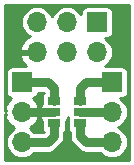
<source format=gbr>
G04 #@! TF.GenerationSoftware,KiCad,Pcbnew,(5.1.4)-1*
G04 #@! TF.CreationDate,2020-04-16T11:05:27+01:00*
G04 #@! TF.ProjectId,sot23Breakout,736f7432-3342-4726-9561-6b6f75742e6b,rev?*
G04 #@! TF.SameCoordinates,Original*
G04 #@! TF.FileFunction,Copper,L1,Top*
G04 #@! TF.FilePolarity,Positive*
%FSLAX46Y46*%
G04 Gerber Fmt 4.6, Leading zero omitted, Abs format (unit mm)*
G04 Created by KiCad (PCBNEW (5.1.4)-1) date 2020-04-16 11:05:27*
%MOMM*%
%LPD*%
G04 APERTURE LIST*
%ADD10O,1.700000X1.700000*%
%ADD11R,1.700000X1.700000*%
%ADD12R,1.060000X0.650000*%
%ADD13C,0.800000*%
%ADD14C,0.750000*%
%ADD15C,0.254000*%
G04 APERTURE END LIST*
D10*
X226568000Y-129540000D03*
X226568000Y-127000000D03*
D11*
X226568000Y-124460000D03*
X234188000Y-124460000D03*
D10*
X234188000Y-127000000D03*
X234188000Y-129540000D03*
D12*
X229278000Y-126050000D03*
X229278000Y-127000000D03*
X229278000Y-127950000D03*
X231478000Y-127950000D03*
X231478000Y-126050000D03*
X231478000Y-127000000D03*
D11*
X232918000Y-119380000D03*
D10*
X232918000Y-121920000D03*
X230378000Y-119380000D03*
X230378000Y-121920000D03*
X227838000Y-119380000D03*
X227838000Y-121920000D03*
D13*
X230378000Y-130302000D03*
X235204000Y-120650000D03*
D14*
X229278000Y-129025000D02*
X228763000Y-129540000D01*
X229278000Y-127950000D02*
X229278000Y-129025000D01*
X228763000Y-129540000D02*
X226568000Y-129540000D01*
X229278000Y-127000000D02*
X226568000Y-127000000D01*
X229278000Y-124975000D02*
X228763000Y-124460000D01*
X229278000Y-126050000D02*
X229278000Y-124975000D01*
X228763000Y-124460000D02*
X226568000Y-124460000D01*
X231478000Y-124975000D02*
X231993000Y-124460000D01*
X231478000Y-126050000D02*
X231478000Y-124975000D01*
X231993000Y-124460000D02*
X234188000Y-124460000D01*
X231478000Y-127000000D02*
X234188000Y-127000000D01*
X231478000Y-129025000D02*
X231993000Y-129540000D01*
X231478000Y-127950000D02*
X231478000Y-129025000D01*
X231993000Y-129540000D02*
X234188000Y-129540000D01*
D15*
G36*
X235652001Y-122908100D02*
G01*
X235652000Y-131004000D01*
X225104000Y-131004000D01*
X225104000Y-127127002D01*
X225247844Y-127127002D01*
X225126524Y-127356890D01*
X225171175Y-127504099D01*
X225296359Y-127766920D01*
X225470412Y-128000269D01*
X225686645Y-128195178D01*
X225930940Y-128340697D01*
X225809886Y-128405402D01*
X225603103Y-128575103D01*
X225433402Y-128781886D01*
X225307302Y-129017802D01*
X225229650Y-129273786D01*
X225203430Y-129540000D01*
X225229650Y-129806214D01*
X225307302Y-130062198D01*
X225433402Y-130298114D01*
X225603103Y-130504897D01*
X225809886Y-130674598D01*
X226045802Y-130800698D01*
X226301786Y-130878350D01*
X226501294Y-130898000D01*
X226634706Y-130898000D01*
X226834214Y-130878350D01*
X227090198Y-130800698D01*
X227326114Y-130674598D01*
X227532897Y-130504897D01*
X227600108Y-130423000D01*
X228719634Y-130423000D01*
X228763000Y-130427271D01*
X228806366Y-130423000D01*
X228806373Y-130423000D01*
X228936098Y-130410223D01*
X229102544Y-130359732D01*
X229255942Y-130277740D01*
X229390396Y-130167396D01*
X229418053Y-130133696D01*
X229871696Y-129680053D01*
X229905396Y-129652396D01*
X230015740Y-129517942D01*
X230097732Y-129364544D01*
X230148223Y-129198098D01*
X230161000Y-129068373D01*
X230161000Y-129068366D01*
X230165271Y-129025000D01*
X230161000Y-128981634D01*
X230161000Y-128642471D01*
X230168948Y-128635948D01*
X230232429Y-128558595D01*
X230279601Y-128470343D01*
X230308649Y-128374585D01*
X230318457Y-128275000D01*
X230318457Y-127703962D01*
X230338537Y-127679494D01*
X230397502Y-127569180D01*
X230433812Y-127449482D01*
X230441808Y-127368300D01*
X230447351Y-127424585D01*
X230462644Y-127475000D01*
X230447351Y-127525415D01*
X230437543Y-127625000D01*
X230437543Y-128275000D01*
X230447351Y-128374585D01*
X230476399Y-128470343D01*
X230523571Y-128558595D01*
X230587052Y-128635948D01*
X230595001Y-128642471D01*
X230595001Y-128981625D01*
X230590729Y-129025000D01*
X230607777Y-129198098D01*
X230658269Y-129364544D01*
X230740261Y-129517942D01*
X230850605Y-129652396D01*
X230884299Y-129680048D01*
X231337947Y-130133696D01*
X231365604Y-130167396D01*
X231500058Y-130277740D01*
X231653456Y-130359732D01*
X231769410Y-130394906D01*
X231819901Y-130410223D01*
X231836391Y-130411847D01*
X231949627Y-130423000D01*
X231949634Y-130423000D01*
X231993000Y-130427271D01*
X232036366Y-130423000D01*
X233155892Y-130423000D01*
X233223103Y-130504897D01*
X233429886Y-130674598D01*
X233665802Y-130800698D01*
X233921786Y-130878350D01*
X234121294Y-130898000D01*
X234254706Y-130898000D01*
X234454214Y-130878350D01*
X234710198Y-130800698D01*
X234946114Y-130674598D01*
X235152897Y-130504897D01*
X235322598Y-130298114D01*
X235448698Y-130062198D01*
X235526350Y-129806214D01*
X235552570Y-129540000D01*
X235526350Y-129273786D01*
X235448698Y-129017802D01*
X235322598Y-128781886D01*
X235152897Y-128575103D01*
X234946114Y-128405402D01*
X234710198Y-128279302D01*
X234679533Y-128270000D01*
X234710198Y-128260698D01*
X234946114Y-128134598D01*
X235152897Y-127964897D01*
X235322598Y-127758114D01*
X235448698Y-127522198D01*
X235526350Y-127266214D01*
X235552570Y-127000000D01*
X235526350Y-126733786D01*
X235448698Y-126477802D01*
X235322598Y-126241886D01*
X235152897Y-126035103D01*
X234946114Y-125865402D01*
X234862028Y-125820457D01*
X235038000Y-125820457D01*
X235137585Y-125810649D01*
X235233343Y-125781601D01*
X235321595Y-125734429D01*
X235398948Y-125670948D01*
X235462429Y-125593595D01*
X235509601Y-125505343D01*
X235538649Y-125409585D01*
X235548457Y-125310000D01*
X235548457Y-123610000D01*
X235538649Y-123510415D01*
X235509601Y-123414657D01*
X235462429Y-123326405D01*
X235398948Y-123249052D01*
X235321595Y-123185571D01*
X235233343Y-123138399D01*
X235137585Y-123109351D01*
X235038000Y-123099543D01*
X233592028Y-123099543D01*
X233676114Y-123054598D01*
X233882897Y-122884897D01*
X234052598Y-122678114D01*
X234178698Y-122442198D01*
X234256350Y-122186214D01*
X234282570Y-121920000D01*
X234256350Y-121653786D01*
X234178698Y-121397802D01*
X234052598Y-121161886D01*
X233882897Y-120955103D01*
X233676114Y-120785402D01*
X233592028Y-120740457D01*
X233768000Y-120740457D01*
X233867585Y-120730649D01*
X233963343Y-120701601D01*
X234051595Y-120654429D01*
X234128948Y-120590948D01*
X234192429Y-120513595D01*
X234239601Y-120425343D01*
X234268649Y-120329585D01*
X234278457Y-120230000D01*
X234278457Y-118530000D01*
X234268649Y-118430415D01*
X234239601Y-118334657D01*
X234192429Y-118246405D01*
X234128948Y-118169052D01*
X234051595Y-118105571D01*
X233963343Y-118058399D01*
X233867585Y-118029351D01*
X233768000Y-118019543D01*
X232068000Y-118019543D01*
X231968415Y-118029351D01*
X231872657Y-118058399D01*
X231784405Y-118105571D01*
X231707052Y-118169052D01*
X231643571Y-118246405D01*
X231596399Y-118334657D01*
X231567351Y-118430415D01*
X231557543Y-118530000D01*
X231557543Y-118705972D01*
X231512598Y-118621886D01*
X231342897Y-118415103D01*
X231136114Y-118245402D01*
X230900198Y-118119302D01*
X230644214Y-118041650D01*
X230444706Y-118022000D01*
X230311294Y-118022000D01*
X230111786Y-118041650D01*
X229855802Y-118119302D01*
X229619886Y-118245402D01*
X229413103Y-118415103D01*
X229243402Y-118621886D01*
X229117302Y-118857802D01*
X229108000Y-118888467D01*
X229098698Y-118857802D01*
X228972598Y-118621886D01*
X228802897Y-118415103D01*
X228596114Y-118245402D01*
X228360198Y-118119302D01*
X228104214Y-118041650D01*
X227904706Y-118022000D01*
X227771294Y-118022000D01*
X227571786Y-118041650D01*
X227315802Y-118119302D01*
X227079886Y-118245402D01*
X226873103Y-118415103D01*
X226703402Y-118621886D01*
X226577302Y-118857802D01*
X226499650Y-119113786D01*
X226473430Y-119380000D01*
X226499650Y-119646214D01*
X226577302Y-119902198D01*
X226703402Y-120138114D01*
X226873103Y-120344897D01*
X227079886Y-120514598D01*
X227208066Y-120583112D01*
X227071080Y-120648359D01*
X226837731Y-120822412D01*
X226642822Y-121038645D01*
X226493843Y-121288748D01*
X226396519Y-121563109D01*
X226517186Y-121793000D01*
X227711000Y-121793000D01*
X227711000Y-121773000D01*
X227965000Y-121773000D01*
X227965000Y-121793000D01*
X227985000Y-121793000D01*
X227985000Y-122047000D01*
X227965000Y-122047000D01*
X227965000Y-122067000D01*
X227711000Y-122067000D01*
X227711000Y-122047000D01*
X226517186Y-122047000D01*
X226396519Y-122276891D01*
X226493843Y-122551252D01*
X226642822Y-122801355D01*
X226837731Y-123017588D01*
X226947606Y-123099543D01*
X225718000Y-123099543D01*
X225618415Y-123109351D01*
X225522657Y-123138399D01*
X225434405Y-123185571D01*
X225357052Y-123249052D01*
X225293571Y-123326405D01*
X225246399Y-123414657D01*
X225217351Y-123510415D01*
X225207543Y-123610000D01*
X225207543Y-125310000D01*
X225217351Y-125409585D01*
X225246399Y-125505343D01*
X225293571Y-125593595D01*
X225357052Y-125670948D01*
X225434405Y-125734429D01*
X225522657Y-125781601D01*
X225618415Y-125810649D01*
X225674097Y-125816133D01*
X225470412Y-125999731D01*
X225296359Y-126233080D01*
X225171175Y-126495901D01*
X225126524Y-126643110D01*
X225247844Y-126872998D01*
X225104000Y-126872998D01*
X225104000Y-117916000D01*
X235652000Y-117916000D01*
X235652001Y-122908100D01*
X235652001Y-122908100D01*
G37*
X235652001Y-122908100D02*
X235652000Y-131004000D01*
X225104000Y-131004000D01*
X225104000Y-127127002D01*
X225247844Y-127127002D01*
X225126524Y-127356890D01*
X225171175Y-127504099D01*
X225296359Y-127766920D01*
X225470412Y-128000269D01*
X225686645Y-128195178D01*
X225930940Y-128340697D01*
X225809886Y-128405402D01*
X225603103Y-128575103D01*
X225433402Y-128781886D01*
X225307302Y-129017802D01*
X225229650Y-129273786D01*
X225203430Y-129540000D01*
X225229650Y-129806214D01*
X225307302Y-130062198D01*
X225433402Y-130298114D01*
X225603103Y-130504897D01*
X225809886Y-130674598D01*
X226045802Y-130800698D01*
X226301786Y-130878350D01*
X226501294Y-130898000D01*
X226634706Y-130898000D01*
X226834214Y-130878350D01*
X227090198Y-130800698D01*
X227326114Y-130674598D01*
X227532897Y-130504897D01*
X227600108Y-130423000D01*
X228719634Y-130423000D01*
X228763000Y-130427271D01*
X228806366Y-130423000D01*
X228806373Y-130423000D01*
X228936098Y-130410223D01*
X229102544Y-130359732D01*
X229255942Y-130277740D01*
X229390396Y-130167396D01*
X229418053Y-130133696D01*
X229871696Y-129680053D01*
X229905396Y-129652396D01*
X230015740Y-129517942D01*
X230097732Y-129364544D01*
X230148223Y-129198098D01*
X230161000Y-129068373D01*
X230161000Y-129068366D01*
X230165271Y-129025000D01*
X230161000Y-128981634D01*
X230161000Y-128642471D01*
X230168948Y-128635948D01*
X230232429Y-128558595D01*
X230279601Y-128470343D01*
X230308649Y-128374585D01*
X230318457Y-128275000D01*
X230318457Y-127703962D01*
X230338537Y-127679494D01*
X230397502Y-127569180D01*
X230433812Y-127449482D01*
X230441808Y-127368300D01*
X230447351Y-127424585D01*
X230462644Y-127475000D01*
X230447351Y-127525415D01*
X230437543Y-127625000D01*
X230437543Y-128275000D01*
X230447351Y-128374585D01*
X230476399Y-128470343D01*
X230523571Y-128558595D01*
X230587052Y-128635948D01*
X230595001Y-128642471D01*
X230595001Y-128981625D01*
X230590729Y-129025000D01*
X230607777Y-129198098D01*
X230658269Y-129364544D01*
X230740261Y-129517942D01*
X230850605Y-129652396D01*
X230884299Y-129680048D01*
X231337947Y-130133696D01*
X231365604Y-130167396D01*
X231500058Y-130277740D01*
X231653456Y-130359732D01*
X231769410Y-130394906D01*
X231819901Y-130410223D01*
X231836391Y-130411847D01*
X231949627Y-130423000D01*
X231949634Y-130423000D01*
X231993000Y-130427271D01*
X232036366Y-130423000D01*
X233155892Y-130423000D01*
X233223103Y-130504897D01*
X233429886Y-130674598D01*
X233665802Y-130800698D01*
X233921786Y-130878350D01*
X234121294Y-130898000D01*
X234254706Y-130898000D01*
X234454214Y-130878350D01*
X234710198Y-130800698D01*
X234946114Y-130674598D01*
X235152897Y-130504897D01*
X235322598Y-130298114D01*
X235448698Y-130062198D01*
X235526350Y-129806214D01*
X235552570Y-129540000D01*
X235526350Y-129273786D01*
X235448698Y-129017802D01*
X235322598Y-128781886D01*
X235152897Y-128575103D01*
X234946114Y-128405402D01*
X234710198Y-128279302D01*
X234679533Y-128270000D01*
X234710198Y-128260698D01*
X234946114Y-128134598D01*
X235152897Y-127964897D01*
X235322598Y-127758114D01*
X235448698Y-127522198D01*
X235526350Y-127266214D01*
X235552570Y-127000000D01*
X235526350Y-126733786D01*
X235448698Y-126477802D01*
X235322598Y-126241886D01*
X235152897Y-126035103D01*
X234946114Y-125865402D01*
X234862028Y-125820457D01*
X235038000Y-125820457D01*
X235137585Y-125810649D01*
X235233343Y-125781601D01*
X235321595Y-125734429D01*
X235398948Y-125670948D01*
X235462429Y-125593595D01*
X235509601Y-125505343D01*
X235538649Y-125409585D01*
X235548457Y-125310000D01*
X235548457Y-123610000D01*
X235538649Y-123510415D01*
X235509601Y-123414657D01*
X235462429Y-123326405D01*
X235398948Y-123249052D01*
X235321595Y-123185571D01*
X235233343Y-123138399D01*
X235137585Y-123109351D01*
X235038000Y-123099543D01*
X233592028Y-123099543D01*
X233676114Y-123054598D01*
X233882897Y-122884897D01*
X234052598Y-122678114D01*
X234178698Y-122442198D01*
X234256350Y-122186214D01*
X234282570Y-121920000D01*
X234256350Y-121653786D01*
X234178698Y-121397802D01*
X234052598Y-121161886D01*
X233882897Y-120955103D01*
X233676114Y-120785402D01*
X233592028Y-120740457D01*
X233768000Y-120740457D01*
X233867585Y-120730649D01*
X233963343Y-120701601D01*
X234051595Y-120654429D01*
X234128948Y-120590948D01*
X234192429Y-120513595D01*
X234239601Y-120425343D01*
X234268649Y-120329585D01*
X234278457Y-120230000D01*
X234278457Y-118530000D01*
X234268649Y-118430415D01*
X234239601Y-118334657D01*
X234192429Y-118246405D01*
X234128948Y-118169052D01*
X234051595Y-118105571D01*
X233963343Y-118058399D01*
X233867585Y-118029351D01*
X233768000Y-118019543D01*
X232068000Y-118019543D01*
X231968415Y-118029351D01*
X231872657Y-118058399D01*
X231784405Y-118105571D01*
X231707052Y-118169052D01*
X231643571Y-118246405D01*
X231596399Y-118334657D01*
X231567351Y-118430415D01*
X231557543Y-118530000D01*
X231557543Y-118705972D01*
X231512598Y-118621886D01*
X231342897Y-118415103D01*
X231136114Y-118245402D01*
X230900198Y-118119302D01*
X230644214Y-118041650D01*
X230444706Y-118022000D01*
X230311294Y-118022000D01*
X230111786Y-118041650D01*
X229855802Y-118119302D01*
X229619886Y-118245402D01*
X229413103Y-118415103D01*
X229243402Y-118621886D01*
X229117302Y-118857802D01*
X229108000Y-118888467D01*
X229098698Y-118857802D01*
X228972598Y-118621886D01*
X228802897Y-118415103D01*
X228596114Y-118245402D01*
X228360198Y-118119302D01*
X228104214Y-118041650D01*
X227904706Y-118022000D01*
X227771294Y-118022000D01*
X227571786Y-118041650D01*
X227315802Y-118119302D01*
X227079886Y-118245402D01*
X226873103Y-118415103D01*
X226703402Y-118621886D01*
X226577302Y-118857802D01*
X226499650Y-119113786D01*
X226473430Y-119380000D01*
X226499650Y-119646214D01*
X226577302Y-119902198D01*
X226703402Y-120138114D01*
X226873103Y-120344897D01*
X227079886Y-120514598D01*
X227208066Y-120583112D01*
X227071080Y-120648359D01*
X226837731Y-120822412D01*
X226642822Y-121038645D01*
X226493843Y-121288748D01*
X226396519Y-121563109D01*
X226517186Y-121793000D01*
X227711000Y-121793000D01*
X227711000Y-121773000D01*
X227965000Y-121773000D01*
X227965000Y-121793000D01*
X227985000Y-121793000D01*
X227985000Y-122047000D01*
X227965000Y-122047000D01*
X227965000Y-122067000D01*
X227711000Y-122067000D01*
X227711000Y-122047000D01*
X226517186Y-122047000D01*
X226396519Y-122276891D01*
X226493843Y-122551252D01*
X226642822Y-122801355D01*
X226837731Y-123017588D01*
X226947606Y-123099543D01*
X225718000Y-123099543D01*
X225618415Y-123109351D01*
X225522657Y-123138399D01*
X225434405Y-123185571D01*
X225357052Y-123249052D01*
X225293571Y-123326405D01*
X225246399Y-123414657D01*
X225217351Y-123510415D01*
X225207543Y-123610000D01*
X225207543Y-125310000D01*
X225217351Y-125409585D01*
X225246399Y-125505343D01*
X225293571Y-125593595D01*
X225357052Y-125670948D01*
X225434405Y-125734429D01*
X225522657Y-125781601D01*
X225618415Y-125810649D01*
X225674097Y-125816133D01*
X225470412Y-125999731D01*
X225296359Y-126233080D01*
X225171175Y-126495901D01*
X225126524Y-126643110D01*
X225247844Y-126872998D01*
X225104000Y-126872998D01*
X225104000Y-117916000D01*
X235652000Y-117916000D01*
X235652001Y-122908100D01*
G36*
X228395001Y-125357529D02*
G01*
X228387052Y-125364052D01*
X228323571Y-125441405D01*
X228276399Y-125529657D01*
X228247351Y-125625415D01*
X228237543Y-125725000D01*
X228237543Y-126296038D01*
X228217463Y-126320506D01*
X228158498Y-126430820D01*
X228122188Y-126550518D01*
X228109928Y-126675000D01*
X228113000Y-126714250D01*
X228271750Y-126873000D01*
X228639682Y-126873000D01*
X228648415Y-126875649D01*
X228748000Y-126885457D01*
X228990294Y-126885457D01*
X229104902Y-126920223D01*
X229278000Y-126937272D01*
X229425000Y-126922793D01*
X229425000Y-127077207D01*
X229278000Y-127062728D01*
X229104902Y-127079777D01*
X228990294Y-127114543D01*
X228748000Y-127114543D01*
X228648415Y-127124351D01*
X228639682Y-127127000D01*
X228271750Y-127127000D01*
X228113000Y-127285750D01*
X228109928Y-127325000D01*
X228122188Y-127449482D01*
X228158498Y-127569180D01*
X228217463Y-127679494D01*
X228237543Y-127703962D01*
X228237543Y-128275000D01*
X228247351Y-128374585D01*
X228276399Y-128470343D01*
X228323571Y-128558595D01*
X228387052Y-128635948D01*
X228395001Y-128642471D01*
X228395001Y-128657000D01*
X227600108Y-128657000D01*
X227532897Y-128575103D01*
X227326114Y-128405402D01*
X227205060Y-128340697D01*
X227449355Y-128195178D01*
X227665588Y-128000269D01*
X227839641Y-127766920D01*
X227964825Y-127504099D01*
X228009476Y-127356890D01*
X227888155Y-127127000D01*
X226695000Y-127127000D01*
X226695000Y-127147000D01*
X226441000Y-127147000D01*
X226441000Y-127127000D01*
X226421000Y-127127000D01*
X226421000Y-126873000D01*
X226441000Y-126873000D01*
X226441000Y-126853000D01*
X226695000Y-126853000D01*
X226695000Y-126873000D01*
X227888155Y-126873000D01*
X228009476Y-126643110D01*
X227964825Y-126495901D01*
X227839641Y-126233080D01*
X227665588Y-125999731D01*
X227461903Y-125816133D01*
X227517585Y-125810649D01*
X227613343Y-125781601D01*
X227701595Y-125734429D01*
X227778948Y-125670948D01*
X227842429Y-125593595D01*
X227889601Y-125505343D01*
X227918649Y-125409585D01*
X227925207Y-125343000D01*
X228395001Y-125343000D01*
X228395001Y-125357529D01*
X228395001Y-125357529D01*
G37*
X228395001Y-125357529D02*
X228387052Y-125364052D01*
X228323571Y-125441405D01*
X228276399Y-125529657D01*
X228247351Y-125625415D01*
X228237543Y-125725000D01*
X228237543Y-126296038D01*
X228217463Y-126320506D01*
X228158498Y-126430820D01*
X228122188Y-126550518D01*
X228109928Y-126675000D01*
X228113000Y-126714250D01*
X228271750Y-126873000D01*
X228639682Y-126873000D01*
X228648415Y-126875649D01*
X228748000Y-126885457D01*
X228990294Y-126885457D01*
X229104902Y-126920223D01*
X229278000Y-126937272D01*
X229425000Y-126922793D01*
X229425000Y-127077207D01*
X229278000Y-127062728D01*
X229104902Y-127079777D01*
X228990294Y-127114543D01*
X228748000Y-127114543D01*
X228648415Y-127124351D01*
X228639682Y-127127000D01*
X228271750Y-127127000D01*
X228113000Y-127285750D01*
X228109928Y-127325000D01*
X228122188Y-127449482D01*
X228158498Y-127569180D01*
X228217463Y-127679494D01*
X228237543Y-127703962D01*
X228237543Y-128275000D01*
X228247351Y-128374585D01*
X228276399Y-128470343D01*
X228323571Y-128558595D01*
X228387052Y-128635948D01*
X228395001Y-128642471D01*
X228395001Y-128657000D01*
X227600108Y-128657000D01*
X227532897Y-128575103D01*
X227326114Y-128405402D01*
X227205060Y-128340697D01*
X227449355Y-128195178D01*
X227665588Y-128000269D01*
X227839641Y-127766920D01*
X227964825Y-127504099D01*
X228009476Y-127356890D01*
X227888155Y-127127000D01*
X226695000Y-127127000D01*
X226695000Y-127147000D01*
X226441000Y-127147000D01*
X226441000Y-127127000D01*
X226421000Y-127127000D01*
X226421000Y-126873000D01*
X226441000Y-126873000D01*
X226441000Y-126853000D01*
X226695000Y-126853000D01*
X226695000Y-126873000D01*
X227888155Y-126873000D01*
X228009476Y-126643110D01*
X227964825Y-126495901D01*
X227839641Y-126233080D01*
X227665588Y-125999731D01*
X227461903Y-125816133D01*
X227517585Y-125810649D01*
X227613343Y-125781601D01*
X227701595Y-125734429D01*
X227778948Y-125670948D01*
X227842429Y-125593595D01*
X227889601Y-125505343D01*
X227918649Y-125409585D01*
X227925207Y-125343000D01*
X228395001Y-125343000D01*
X228395001Y-125357529D01*
M02*

</source>
